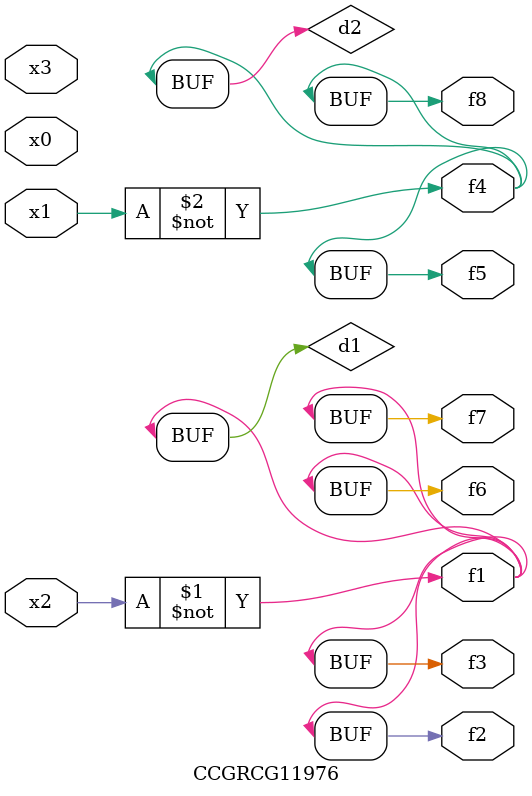
<source format=v>
module CCGRCG11976(
	input x0, x1, x2, x3,
	output f1, f2, f3, f4, f5, f6, f7, f8
);

	wire d1, d2;

	xnor (d1, x2);
	not (d2, x1);
	assign f1 = d1;
	assign f2 = d1;
	assign f3 = d1;
	assign f4 = d2;
	assign f5 = d2;
	assign f6 = d1;
	assign f7 = d1;
	assign f8 = d2;
endmodule

</source>
